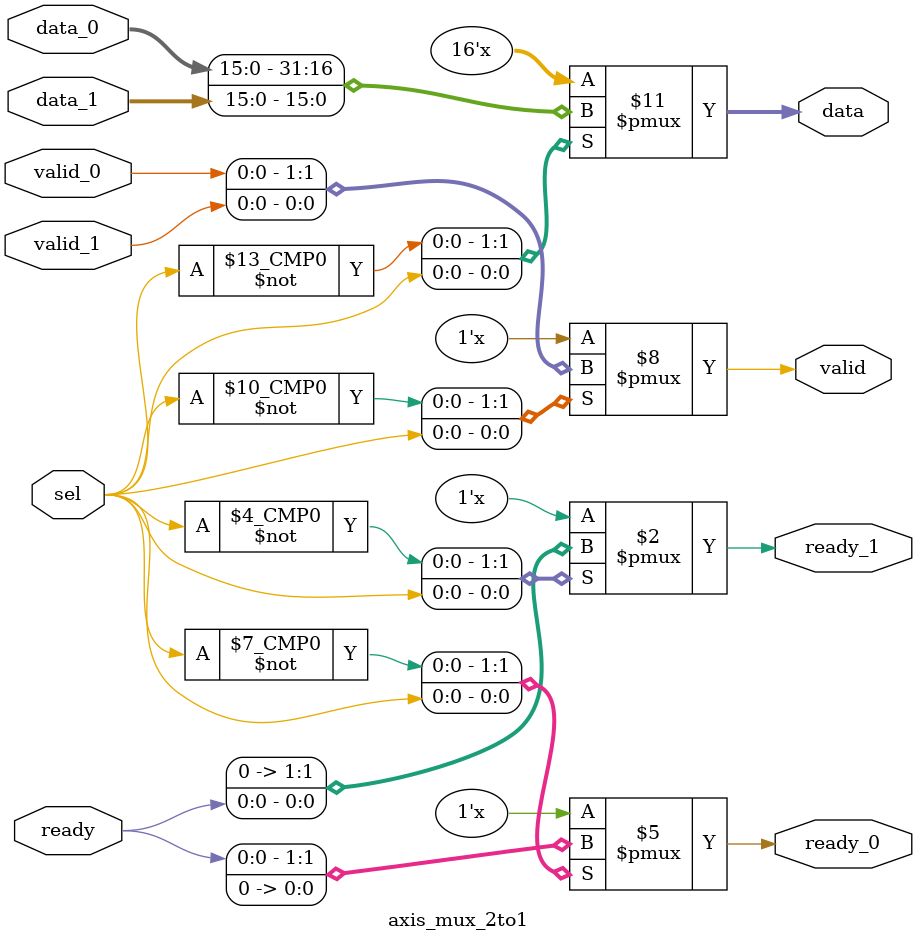
<source format=sv>
module axis_mux_2to1
	#(	  
		parameter	WIDTH 		= 16
	)
	(  
	input logic 					sel,
	input logic		[WIDTH-1:0]		data_0,
	input logic						valid_0,
	output logic						ready_0,
	
	input logic		[WIDTH-1:0]		data_1,
	input logic						valid_1,
	output  logic						ready_1,
	
	output  logic		[WIDTH-1:0]		data,
	output  logic						valid,
	input  logic						ready
	
    );

always@*
begin
	case(sel)
	1'b0:
	begin
		data		= data_0;
		valid       = valid_0;
		ready_0     = ready;
		ready_1     = 0;
	end
	1'b1:
	begin
		data		= data_1;
		valid       = valid_1;
		ready_0     = 0;
		ready_1     = ready;
	end
	endcase
end
endmodule
</source>
